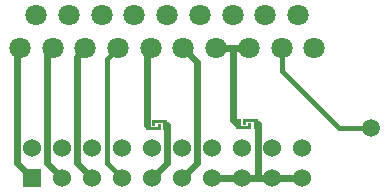
<source format=gbr>
G04 DipTrace 3.3.1.3*
G04 Bottom.gbr*
%MOIN*%
G04 #@! TF.FileFunction,Copper,L2,Bot*
G04 #@! TF.Part,Single*
%AMOUTLINE0*
4,1,11,
0.023,0.0,
0.025,0.002,
0.025,0.016,
-0.025,0.016,
-0.025,-0.002,
-0.015,-0.002,
-0.015,0.008,
0.009,0.008,
0.009,-0.016,
0.025,-0.016,
0.025,-0.002,
0.023,0.0,
0*%
%AMOUTLINE3*
4,1,11,
-0.023,0.0,
-0.025,-0.002,
-0.025,-0.016,
0.025,-0.016,
0.025,0.002,
0.015,0.002,
0.015,-0.008,
-0.009,-0.008,
-0.009,0.016,
-0.025,0.016,
-0.025,0.002,
-0.023,0.0,
0*%
G04 #@! TA.AperFunction,Conductor*
%ADD13C,0.023622*%
%ADD14C,0.015748*%
G04 #@! TA.AperFunction,ComponentPad*
%ADD15C,0.070866*%
%ADD16R,0.06X0.06*%
%ADD17C,0.06*%
%ADD23C,0.059055*%
%ADD37OUTLINE0*%
%ADD40OUTLINE3*%
%FSLAX26Y26*%
G04*
G70*
G90*
G75*
G01*
G04 Bottom*
%LPD*%
X1343719Y543701D2*
D13*
X1393719Y593701D1*
Y931294D1*
X1348247Y976766D1*
X1143719Y543701D2*
D14*
X1093719Y593701D1*
Y940349D1*
X1130137Y976766D1*
X802971D2*
D13*
X793719D1*
Y593701D1*
X843719Y543701D1*
X943719D2*
X893719Y593701D1*
Y958459D1*
X912026Y976766D1*
X1043719Y543701D2*
X993719Y593701D1*
Y949404D1*
X1021082Y976766D1*
X1566357D2*
X1512975D1*
X1457302D1*
X1512975D2*
Y739202D1*
X1527124Y725054D1*
X1243719Y543701D2*
X1293719Y593701D1*
Y677167D1*
X1293948Y677395D1*
Y722783D1*
X1225948D2*
Y963524D1*
X1239192Y976766D1*
X1675412D2*
D14*
Y902623D1*
X1866782Y711252D1*
X1972390D1*
X1973675Y712537D1*
X1443719Y543701D2*
D13*
X1543719D1*
X1595062D1*
X1643719D1*
X1743719D1*
X1595062D2*
Y687068D1*
X1595124Y687130D1*
Y725054D1*
D15*
X1784467Y976766D3*
X1729940Y1088577D3*
X1675412Y976766D3*
X1620885Y1088577D3*
X1566357Y976766D3*
X1511830Y1088577D3*
X1457302Y976766D3*
X1402774Y1088577D3*
X1348247Y976766D3*
X1293719Y1088577D3*
X1239192Y976766D3*
X1184664Y1088577D3*
X1130137Y976766D3*
X1075609Y1088577D3*
X1021082Y976766D3*
X966554Y1088577D3*
X912026Y976766D3*
X857499Y1088577D3*
X802971Y976766D3*
D16*
X843719Y543701D3*
D17*
X943719D3*
X1043719D3*
X1143719D3*
X1243719D3*
X1343719D3*
X1443719D3*
X1543719D3*
X1643719D3*
X1743719D3*
Y643701D3*
X1643719D3*
X1543719D3*
X1443719D3*
X1343719D3*
X1243719D3*
X1143719D3*
X1043719D3*
X943719D3*
X843719D3*
D37*
X1270948Y722783D3*
D40*
X1248948D3*
D37*
X1572124Y725054D3*
D40*
X1550124D3*
D23*
X1973675Y712537D3*
M02*

</source>
